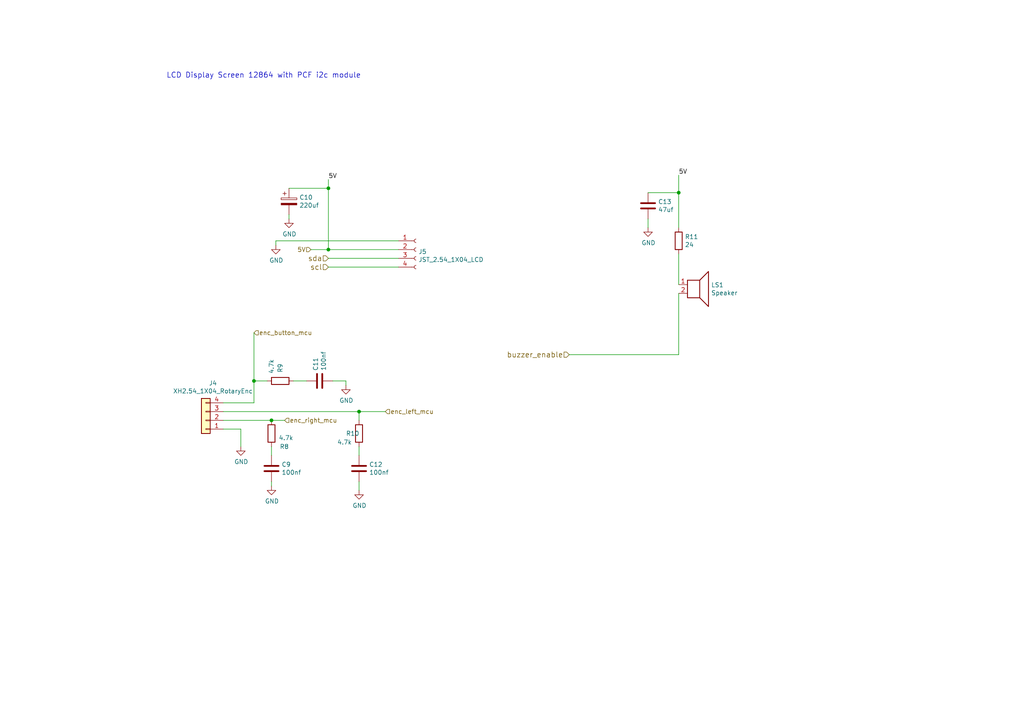
<source format=kicad_sch>
(kicad_sch (version 20211123) (generator eeschema)
  (paper "A4")
  (lib_symbols
    (symbol "Connector:Conn_01x04_Female" (pin_names (offset 1.016) hide)
      (property "Reference" "J" (at 0 5.08 0))
      (property "Value" "Conn_01x04_Female" (at 0 -7.62 0))
      (symbol "Conn_01x04_Female_1_1"
        (arc (start 0 -4.572) (mid -0.508 -5.08) (end 0 -5.588) (stroke (width 0.1524)))
        (arc (start 0 -2.032) (mid -0.508 -2.54) (end 0 -3.048) (stroke (width 0.1524)))
        (polyline (pts (xy -1.27 -5.08) (xy -0.508 -5.08)) (stroke (width 0.1524)))
        (polyline (pts (xy -1.27 -2.54) (xy -0.508 -2.54)) (stroke (width 0.1524)))
        (polyline (pts (xy -1.27 0) (xy -0.508 0)) (stroke (width 0.1524)))
        (polyline (pts (xy -1.27 2.54) (xy -0.508 2.54)) (stroke (width 0.1524)))
        (arc (start 0 0.508) (mid -0.508 0) (end 0 -0.508) (stroke (width 0.1524)))
        (arc (start 0 3.048) (mid -0.508 2.54) (end 0 2.032) (stroke (width 0.1524)))
        (pin passive line (at -5.08 2.54 0) (length 3.81) (name "Pin_1") (number "1"))
        (pin passive line (at -5.08 0 0) (length 3.81) (name "Pin_2") (number "2"))
        (pin passive line (at -5.08 -2.54 0) (length 3.81) (name "Pin_3") (number "3"))
        (pin passive line (at -5.08 -5.08 0) (length 3.81) (name "Pin_4") (number "4"))
      )
    )
    (symbol "Connector_Generic:Conn_01x04" (pin_names (offset 1.016) hide)
      (property "Reference" "J" (at 0 5.08 0))
      (property "Value" "Conn_01x04" (at 0 -7.62 0))
      (symbol "Conn_01x04_1_1"
        (rectangle (start -1.27 -4.953) (end 0 -5.207) (stroke (width 0.1524)))
        (rectangle (start -1.27 -2.413) (end 0 -2.667) (stroke (width 0.1524)))
        (rectangle (start -1.27 0.127) (end 0 -0.127) (stroke (width 0.1524)))
        (rectangle (start -1.27 2.667) (end 0 2.413) (stroke (width 0.1524)))
        (rectangle (start -1.27 3.81) (end 1.27 -6.35) (stroke (width 0.254)) (fill (type background)))
        (pin passive line (at -5.08 2.54 0) (length 3.81) (name "Pin_1") (number "1"))
        (pin passive line (at -5.08 0 0) (length 3.81) (name "Pin_2") (number "2"))
        (pin passive line (at -5.08 -2.54 0) (length 3.81) (name "Pin_3") (number "3"))
        (pin passive line (at -5.08 -5.08 0) (length 3.81) (name "Pin_4") (number "4"))
      )
    )
    (symbol "Device:C" (pin_numbers hide) (pin_names (offset 0.254))
      (property "Reference" "C" (at 0.635 2.54 0))
      (property "Value" "C" (at 0.635 -2.54 0))
      (symbol "C_0_1"
        (polyline (pts (xy -2.032 -0.762) (xy 2.032 -0.762)) (stroke (width 0.508)))
        (polyline (pts (xy -2.032 0.762) (xy 2.032 0.762)) (stroke (width 0.508)))
      )
      (symbol "C_1_1"
        (pin passive line (at 0 3.81 270) (length 2.794) (name "~") (number "1"))
        (pin passive line (at 0 -3.81 90) (length 2.794) (name "~") (number "2"))
      )
    )
    (symbol "Device:R" (pin_numbers hide) (pin_names (offset 0))
      (property "Reference" "R" (at 2.032 0 90))
      (property "Value" "R" (at 0 0 90))
      (symbol "R_0_1"
        (rectangle (start -1.016 -2.54) (end 1.016 2.54) (stroke (width 0.254)))
      )
      (symbol "R_1_1"
        (pin passive line (at 0 3.81 270) (length 1.27) (name "~") (number "1"))
        (pin passive line (at 0 -3.81 90) (length 1.27) (name "~") (number "2"))
      )
    )
    (symbol "Device:Speaker" (pin_names (offset 0) hide)
      (property "Reference" "LS" (at 1.27 5.715 0))
      (property "Value" "Speaker" (at 1.27 3.81 0))
      (symbol "Speaker_0_0"
        (rectangle (start -2.54 1.27) (end 1.016 -3.81) (stroke (width 0.254)))
        (polyline (pts (xy 1.016 1.27) (xy 3.556 3.81) (xy 3.556 -6.35) (xy 1.016 -3.81)) (stroke (width 0.254)))
      )
      (symbol "Speaker_1_1"
        (pin input line (at -5.08 0 0) (length 2.54) (name "1") (number "1"))
        (pin input line (at -5.08 -2.54 0) (length 2.54) (name "2") (number "2"))
      )
    )
    (symbol "pid_smt_oven-rescue:CP-Device" (pin_numbers hide) (pin_names (offset 0.254))
      (property "Reference" "C" (at 0.635 2.54 0))
      (property "Value" "CP-Device" (at 0.635 -2.54 0))
      (symbol "CP-Device_0_1"
        (rectangle (start -2.286 0.508) (end 2.286 1.016))
        (polyline (pts (xy -1.778 2.286) (xy -0.762 2.286)))
        (polyline (pts (xy -1.27 2.794) (xy -1.27 1.778)))
        (rectangle (start 2.286 -0.508) (end -2.286 -1.016) (fill (type outline)))
      )
      (symbol "CP-Device_1_1"
        (pin passive line (at 0 3.81 270) (length 2.794) (name "~") (number "1"))
        (pin passive line (at 0 -3.81 90) (length 2.794) (name "~") (number "2"))
      )
    )
    (symbol "power:GND" (power) (pin_names (offset 0))
      (property "Value" "GND" (at 0 -3.81 0))
      (symbol "GND_0_1"
        (polyline (pts (xy 0 0) (xy 0 -1.27) (xy 1.27 -1.27) (xy 0 -2.54) (xy -1.27 -1.27) (xy 0 -1.27)))
      )
      (symbol "GND_1_1"
        (pin power_in line (at 0 0 270) (length 0) hide (name "GND") (number "1"))
      )
    )
  )
  (junction (at 95.25 54.61))
  (junction (at 95.25 72.39))
  (junction (at 78.74 121.92))
  (junction (at 196.85 55.88))
  (junction (at 104.14 119.38))
  (junction (at 73.66 110.49))
  (wire (pts (xy 73.66 110.49) (xy 73.66 116.84)))
  (wire (pts (xy 196.85 55.88) (xy 196.85 66.04)))
  (wire (pts (xy 95.25 72.39) (xy 115.57 72.39)))
  (wire (pts (xy 196.85 85.09) (xy 196.85 102.87)))
  (wire (pts (xy 104.14 129.54) (xy 104.14 132.08)))
  (wire (pts (xy 100.33 111.76) (xy 100.33 110.49)))
  (wire (pts (xy 73.66 96.52) (xy 73.66 110.49)))
  (wire (pts (xy 83.82 62.23) (xy 83.82 63.5)))
  (wire (pts (xy 165.1 102.87) (xy 196.85 102.87)))
  (wire (pts (xy 95.25 77.47) (xy 115.57 77.47)))
  (wire (pts (xy 77.47 110.49) (xy 73.66 110.49)))
  (wire (pts (xy 78.74 121.92) (xy 82.55 121.92)))
  (wire (pts (xy 88.9 110.49) (xy 85.09 110.49)))
  (wire (pts (xy 80.01 69.85) (xy 115.57 69.85)))
  (wire (pts (xy 104.14 139.7) (xy 104.14 142.24)))
  (wire (pts (xy 100.33 110.49) (xy 96.52 110.49)))
  (wire (pts (xy 64.77 119.38) (xy 104.14 119.38)))
  (wire (pts (xy 95.25 54.61) (xy 95.25 72.39)))
  (wire (pts (xy 196.85 73.66) (xy 196.85 82.55)))
  (wire (pts (xy 196.85 50.8) (xy 196.85 55.88)))
  (wire (pts (xy 78.74 140.97) (xy 78.74 139.7)))
  (wire (pts (xy 104.14 121.92) (xy 104.14 119.38)))
  (wire (pts (xy 104.14 119.38) (xy 111.76 119.38)))
  (wire (pts (xy 64.77 121.92) (xy 78.74 121.92)))
  (wire (pts (xy 69.85 124.46) (xy 69.85 129.54)))
  (wire (pts (xy 90.17 72.39) (xy 95.25 72.39)))
  (wire (pts (xy 78.74 129.54) (xy 78.74 132.08)))
  (wire (pts (xy 95.25 52.07) (xy 95.25 54.61)))
  (wire (pts (xy 80.01 71.12) (xy 80.01 69.85)))
  (wire (pts (xy 187.96 66.04) (xy 187.96 63.5)))
  (wire (pts (xy 83.82 54.61) (xy 95.25 54.61)))
  (wire (pts (xy 187.96 55.88) (xy 196.85 55.88)))
  (wire (pts (xy 95.25 74.93) (xy 115.57 74.93)))
  (wire (pts (xy 64.77 124.46) (xy 69.85 124.46)))
  (wire (pts (xy 64.77 116.84) (xy 73.66 116.84)))
  (text "LCD Display Screen 12864 with PCF i2c module" (at 48.26 22.86 0) (effects (font (size 1.524 1.524)) (justify left bottom)))
  (label "5V" (at 196.85 50.8 0))
  (label "5V" (at 95.25 52.07 0))
  (hierarchical_label "scl" (shape input) (at 95.25 77.47 180) (effects (font (size 1.524 1.524))))
  (hierarchical_label "enc_left_mcu" (shape input) (at 111.76 119.38 0))
  (hierarchical_label "buzzer_enable" (shape input) (at 165.1 102.87 180) (effects (font (size 1.524 1.524))))
  (hierarchical_label "enc_button_mcu" (shape input) (at 73.66 96.52 0))
  (hierarchical_label "sda" (shape input) (at 95.25 74.93 180) (effects (font (size 1.524 1.524))))
  (hierarchical_label "5V" (shape input) (at 90.17 72.39 180))
  (hierarchical_label "enc_right_mcu" (shape input) (at 82.55 121.92 0))
  (symbol (lib_id "Connector:Conn_01x04_Female") (at 120.65 72.39 0) (unit 1)
    (property "Reference" "J5" (at 121.3612 72.9996 0) (effects (justify left)))
    (property "Value" "JST_2.54_1X04_LCD" (at 121.3612 75.311 0) (effects (justify left)))
    (property "Footprint" "myFootPrintLibs:Molex_KK-254_AE-6410-04A_1x04_P2.54mm_Vertical" (effects hide))
  )
  (symbol (lib_id "power:GND") (at 80.01 71.12 0) (unit 1)
    (property "Reference" "#PWR021" (effects hide))
    (property "Value" "GND" (at 80.137 75.5142 0))
  )
  (symbol (lib_id "Device:Speaker") (at 201.93 82.55 0) (unit 1)
    (property "Reference" "LS1" (at 206.248 82.6516 0) (effects (justify left)))
    (property "Value" "Speaker" (at 206.248 84.963 0) (effects (justify left)))
    (property "Footprint" "myFootPrintLibs:Buzzer_9x4.2" (effects hide))
  )
  (symbol (lib_id "power:GND") (at 187.96 66.04 0) (unit 1)
    (property "Reference" "#PWR025" (effects hide))
    (property "Value" "GND" (at 188.087 70.4342 0))
  )
  (symbol (lib_id "Device:R") (at 196.85 69.85 0) (unit 1)
    (property "Reference" "R11" (at 198.628 68.6816 0) (effects (justify left)))
    (property "Value" "24" (at 198.628 70.993 0) (effects (justify left)))
    (property "Footprint" "myFootPrintLibs:R_C_0805_2012Metric_Pad1.20x1.50mm_HandSolder" (effects hide))
  )
  (symbol (lib_id "pid_smt_oven-rescue:CP-Device") (at 83.82 58.42 0) (unit 1)
    (property "Reference" "C10" (at 86.8172 57.2516 0) (effects (justify left)))
    (property "Value" "220uf" (at 86.8172 59.563 0) (effects (justify left)))
    (property "Footprint" "myFootPrintLibs:CP_EIA-7343-20_Kemet-V_Pad2.25x2.55mm_HandSolder" (effects hide))
  )
  (symbol (lib_id "power:GND") (at 83.82 63.5 0) (unit 1)
    (property "Reference" "#PWR022" (effects hide))
    (property "Value" "GND" (at 83.947 67.8942 0))
  )
  (symbol (lib_id "Device:C") (at 187.96 59.69 0) (unit 1)
    (property "Reference" "C13" (at 190.881 58.5216 0) (effects (justify left)))
    (property "Value" "47uf" (at 190.881 60.833 0) (effects (justify left)))
    (property "Footprint" "myFootPrintLibs:R_C_0805_2012Metric_Pad1.20x1.50mm_HandSolder" (effects hide))
  )
  (symbol (lib_id "Connector_Generic:Conn_01x04") (at 59.69 121.92 180) (unit 1)
    (property "Reference" "J4" (at 61.7728 111.125 0))
    (property "Value" "XH2.54_1X04_RotaryEnc" (at 61.7728 113.4364 0))
    (property "Footprint" "myFootPrintLibs:JST_XH_1x04_P2.54mm_Vertical" (effects hide))
  )
  (symbol (lib_id "power:GND") (at 69.85 129.54 0) (unit 1)
    (property "Reference" "#PWR019" (effects hide))
    (property "Value" "GND" (at 69.977 133.9342 0))
  )
  (symbol (lib_id "Device:R") (at 104.14 125.73 0) (unit 1)
    (property "Reference" "R10" (at 100.33 125.73 0) (effects (justify left)))
    (property "Value" "4.7k" (at 97.79 128.27 0) (effects (justify left)))
    (property "Footprint" "myFootPrintLibs:R_C_0805_2012Metric_Pad1.20x1.50mm_HandSolder" (effects hide))
  )
  (symbol (lib_id "Device:R") (at 81.28 110.49 270) (unit 1)
    (property "Reference" "R9" (at 81.28 105.41 0) (effects (justify left)))
    (property "Value" "4.7k" (at 78.74 104.14 0) (effects (justify left)))
    (property "Footprint" "myFootPrintLibs:R_C_0805_2012Metric_Pad1.20x1.50mm_HandSolder" (effects hide))
  )
  (symbol (lib_id "Device:R") (at 78.74 125.73 180) (unit 1)
    (property "Reference" "R8" (at 83.82 129.54 0) (effects (justify left)))
    (property "Value" "4.7k" (at 85.09 127 0) (effects (justify left)))
    (property "Footprint" "myFootPrintLibs:R_C_0805_2012Metric_Pad1.20x1.50mm_HandSolder" (effects hide))
  )
  (symbol (lib_id "Device:C") (at 92.71 110.49 90) (unit 1)
    (property "Reference" "C11" (at 91.5416 107.569 0) (effects (justify left)))
    (property "Value" "100nf" (at 93.853 107.569 0) (effects (justify left)))
    (property "Footprint" "myFootPrintLibs:R_C_0805_2012Metric_Pad1.20x1.50mm_HandSolder" (effects hide))
  )
  (symbol (lib_id "power:GND") (at 100.33 111.76 0) (unit 1)
    (property "Reference" "#PWR023" (effects hide))
    (property "Value" "GND" (at 100.457 116.1542 0))
  )
  (symbol (lib_id "Device:C") (at 78.74 135.89 0) (unit 1)
    (property "Reference" "C9" (at 81.661 134.7216 0) (effects (justify left)))
    (property "Value" "100nf" (at 81.661 137.033 0) (effects (justify left)))
    (property "Footprint" "myFootPrintLibs:R_C_0805_2012Metric_Pad1.20x1.50mm_HandSolder" (effects hide))
  )
  (symbol (lib_id "power:GND") (at 78.74 140.97 0) (unit 1)
    (property "Reference" "#PWR020" (effects hide))
    (property "Value" "GND" (at 78.867 145.3642 0))
  )
  (symbol (lib_id "Device:C") (at 104.14 135.89 0) (unit 1)
    (property "Reference" "C12" (at 107.061 134.7216 0) (effects (justify left)))
    (property "Value" "100nf" (at 107.061 137.033 0) (effects (justify left)))
    (property "Footprint" "myFootPrintLibs:R_C_0805_2012Metric_Pad1.20x1.50mm_HandSolder" (effects hide))
  )
  (symbol (lib_id "power:GND") (at 104.14 142.24 0) (unit 1)
    (property "Reference" "#PWR024" (effects hide))
    (property "Value" "GND" (at 104.267 146.6342 0))
  )
)
</source>
